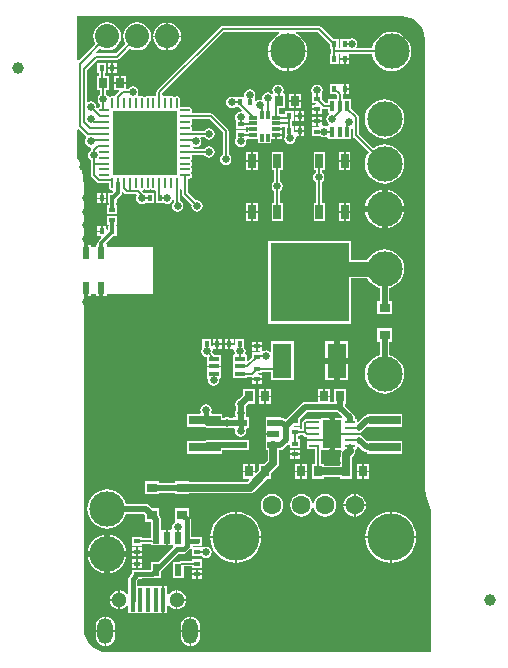
<source format=gtl>
G04*
G04 #@! TF.GenerationSoftware,Altium Limited,CircuitStudio,1.5.2 (30)*
G04*
G04 Layer_Physical_Order=1*
G04 Layer_Color=6120410*
%FSLAX25Y25*%
%MOIN*%
G70*
G01*
G75*
%ADD10R,0.02559X0.04724*%
%ADD11R,0.02756X0.03543*%
%ADD12R,0.01772X0.02165*%
%ADD13R,0.02165X0.01772*%
%ADD14R,0.03543X0.03150*%
%ADD15R,0.10630X0.03150*%
%ADD16R,0.26378X0.26378*%
%ADD17R,0.06299X0.11811*%
%ADD18O,0.00984X0.03543*%
%ADD19O,0.03543X0.00984*%
%ADD20R,0.21260X0.21260*%
%ADD21R,0.03347X0.01378*%
%ADD22R,0.01378X0.03347*%
%ADD23R,0.02362X0.03937*%
%ADD24R,0.03937X0.02362*%
%ADD25R,0.06496X0.09449*%
%ADD26R,0.03543X0.00984*%
%ADD27R,0.02362X0.03937*%
%ADD28R,0.02500X0.01350*%
%ADD29R,0.01350X0.02500*%
%ADD30R,0.01575X0.07874*%
%ADD31C,0.00600*%
%ADD32C,0.00800*%
%ADD33C,0.01300*%
%ADD34C,0.01500*%
%ADD35C,0.02000*%
%ADD36C,0.02500*%
%ADD37C,0.05000*%
%ADD38C,0.11811*%
%ADD39C,0.08032*%
%ADD40C,0.15748*%
%ADD41C,0.06299*%
%ADD42C,0.02400*%
%ADD43O,0.05118X0.08661*%
%ADD44C,0.05118*%
%ADD45C,0.03937*%
%ADD46C,0.02500*%
G36*
X109746Y214126D02*
X111168Y213695D01*
X112478Y212995D01*
X113627Y212052D01*
X114569Y210904D01*
X115270Y209593D01*
X115701Y208172D01*
X115837Y206796D01*
X115816Y206693D01*
Y59055D01*
X115813D01*
X116001Y56186D01*
X116562Y53366D01*
X117487Y50643D01*
X118110Y49378D01*
Y2294D01*
X9843D01*
X9740Y2274D01*
X8364Y2409D01*
X6942Y2840D01*
X5632Y3541D01*
X4483Y4483D01*
X3541Y5632D01*
X2840Y6942D01*
X2409Y8364D01*
X2274Y9740D01*
X2294Y9843D01*
Y121026D01*
X4722D01*
Y121625D01*
X6278D01*
Y121026D01*
X9840D01*
Y121625D01*
X25383D01*
Y137374D01*
X9840D01*
Y137974D01*
X9840D01*
X9776Y138474D01*
X12120Y140817D01*
X13258D01*
Y144183D01*
X13046D01*
Y144743D01*
X13183D01*
Y147714D01*
X9817D01*
Y144743D01*
X10497D01*
Y144183D01*
X10286D01*
Y142974D01*
X10214Y142926D01*
X9714Y143194D01*
Y144183D01*
X8529D01*
Y142500D01*
X8229D01*
Y142200D01*
X6742D01*
Y140817D01*
X7862D01*
X8053Y140355D01*
X7158Y139460D01*
X6882Y139047D01*
X6785Y138559D01*
Y137974D01*
X6278D01*
Y137374D01*
X4722D01*
Y137974D01*
X2294D01*
Y157480D01*
X2297D01*
X2109Y160350D01*
X1548Y163170D01*
X624Y165893D01*
X42Y167072D01*
Y176309D01*
X542Y176516D01*
X2826Y174232D01*
X2861Y174208D01*
X2881Y174185D01*
X2991Y173575D01*
X2988Y173568D01*
X2757Y173222D01*
X2614Y172500D01*
X2757Y171778D01*
X3166Y171166D01*
X3778Y170757D01*
X4471Y170620D01*
X4609Y170456D01*
X4738Y170151D01*
X4574Y169906D01*
X4505Y169560D01*
X4166Y169334D01*
X3757Y168722D01*
X3614Y168000D01*
X3757Y167278D01*
X4166Y166666D01*
X4480Y166456D01*
Y165500D01*
Y161398D01*
X4558Y161007D01*
X4779Y160677D01*
X6496Y158960D01*
X6826Y158739D01*
X7217Y158661D01*
X10560D01*
Y157335D01*
X10644Y156909D01*
X10886Y156547D01*
X11247Y156306D01*
X11673Y156221D01*
X12001Y155794D01*
X12025Y155556D01*
X11652Y155183D01*
X10286D01*
Y151817D01*
X10497D01*
Y151258D01*
X9817D01*
Y148286D01*
X13183D01*
Y151258D01*
X13046D01*
Y151817D01*
X13258D01*
Y153183D01*
X14543Y154469D01*
X14819Y154882D01*
X14916Y155370D01*
Y155489D01*
X15378Y155680D01*
X15936Y155122D01*
X16267Y154901D01*
X16657Y154823D01*
X19558D01*
X19859Y154374D01*
X19757Y154222D01*
X19614Y153500D01*
X19757Y152778D01*
X20166Y152166D01*
X20778Y151757D01*
X21500Y151614D01*
X22222Y151757D01*
X22266Y151787D01*
X22742Y151817D01*
Y151817D01*
X22742Y151817D01*
X25714D01*
Y155183D01*
X22742D01*
X22742Y155183D01*
Y155183D01*
X22259Y155218D01*
X22222Y155243D01*
X22194Y155248D01*
X21695Y155747D01*
X21859Y156290D01*
X21942Y156306D01*
X22303Y156547D01*
X22697D01*
X23058Y156306D01*
X23484Y156221D01*
X23910Y156306D01*
X24128Y156451D01*
X24468Y156512D01*
X24809Y156451D01*
X25027Y156306D01*
X25453Y156221D01*
X25879Y156306D01*
X25902Y156321D01*
X26402Y156054D01*
Y155183D01*
X26286D01*
Y151817D01*
X29188D01*
X29278Y151757D01*
X30000Y151614D01*
X30722Y151757D01*
X31334Y152166D01*
X31743Y152778D01*
X31807Y153103D01*
X32307Y153053D01*
Y152428D01*
X32166Y152334D01*
X31757Y151722D01*
X31614Y151000D01*
X31757Y150278D01*
X32166Y149666D01*
X32778Y149257D01*
X33500Y149114D01*
X34222Y149257D01*
X34834Y149666D01*
X35243Y150278D01*
X35386Y151000D01*
X35243Y151722D01*
X34834Y152334D01*
X34346Y152659D01*
Y156462D01*
X34366Y156480D01*
X34866Y156261D01*
Y155114D01*
X34944Y154724D01*
X35165Y154393D01*
X38188Y151371D01*
X38114Y151000D01*
X38257Y150278D01*
X38666Y149666D01*
X39278Y149257D01*
X40000Y149114D01*
X40722Y149257D01*
X41334Y149666D01*
X41743Y150278D01*
X41886Y151000D01*
X41743Y151722D01*
X41334Y152334D01*
X40722Y152743D01*
X40000Y152886D01*
X39629Y152813D01*
X36905Y155536D01*
Y160060D01*
X37165D01*
X37591Y160144D01*
X37953Y160386D01*
X38194Y160747D01*
X38279Y161173D01*
X38194Y161599D01*
X37953Y161961D01*
Y162354D01*
X38194Y162716D01*
X38279Y163142D01*
X38194Y163568D01*
X37953Y163929D01*
Y164323D01*
X38194Y164684D01*
X38279Y165110D01*
X38194Y165536D01*
X37953Y165898D01*
Y166291D01*
X38194Y166653D01*
X38279Y167079D01*
X38194Y167505D01*
X38179Y167528D01*
X38446Y168028D01*
X42425D01*
X42666Y167666D01*
X43278Y167257D01*
X44000Y167114D01*
X44722Y167257D01*
X45334Y167666D01*
X45743Y168278D01*
X45886Y169000D01*
X45743Y169722D01*
X45334Y170334D01*
X44722Y170743D01*
X44000Y170886D01*
X43278Y170743D01*
X42666Y170334D01*
X42488Y170067D01*
X38919D01*
X38611Y170518D01*
X38778Y170757D01*
X39500Y170614D01*
X40222Y170757D01*
X40834Y171166D01*
X41243Y171778D01*
X41386Y172500D01*
X41243Y173222D01*
X41102Y173433D01*
X41369Y173933D01*
X42488D01*
X42666Y173666D01*
X43278Y173257D01*
X44000Y173114D01*
X44722Y173257D01*
X45334Y173666D01*
X45743Y174278D01*
X45886Y175000D01*
X45743Y175722D01*
X45334Y176334D01*
X44722Y176743D01*
X44000Y176886D01*
X43278Y176743D01*
X42666Y176334D01*
X42425Y175972D01*
X38446D01*
X38179Y176472D01*
X38194Y176495D01*
X38279Y176921D01*
X38194Y177347D01*
X37953Y177709D01*
Y178102D01*
X38194Y178464D01*
X38279Y178890D01*
X38194Y179316D01*
X38179Y179339D01*
X38446Y179839D01*
X44219D01*
X48480Y175578D01*
Y168044D01*
X48166Y167834D01*
X47757Y167222D01*
X47614Y166500D01*
X47757Y165778D01*
X48166Y165166D01*
X48778Y164757D01*
X49500Y164614D01*
X50222Y164757D01*
X50834Y165166D01*
X51243Y165778D01*
X51386Y166500D01*
X51243Y167222D01*
X50834Y167834D01*
X50520Y168044D01*
Y176000D01*
X50442Y176390D01*
X50221Y176721D01*
X45363Y181579D01*
X45032Y181800D01*
X44642Y181878D01*
X38446D01*
X38179Y182378D01*
X38194Y182401D01*
X38279Y182827D01*
X38194Y183253D01*
X37953Y183614D01*
X37591Y183855D01*
X37165Y183940D01*
X34917D01*
X34563Y184063D01*
X34440Y184417D01*
Y186665D01*
X34356Y187092D01*
X34114Y187453D01*
X33753Y187694D01*
X33327Y187779D01*
X32901Y187694D01*
X32539Y187453D01*
X32146D01*
X31784Y187694D01*
X31358Y187779D01*
X30932Y187694D01*
X30714Y187549D01*
X30374Y187488D01*
X30034Y187549D01*
X29816Y187694D01*
X29390Y187779D01*
X28964Y187694D01*
X28941Y187679D01*
X28441Y187946D01*
Y188499D01*
X48922Y208980D01*
X67440D01*
X67565Y208480D01*
X66545Y207935D01*
X65555Y207122D01*
X64742Y206132D01*
X64138Y205002D01*
X63766Y203775D01*
X63670Y202800D01*
X70177D01*
X76685D01*
X76588Y203775D01*
X76217Y205002D01*
X75612Y206132D01*
X74800Y207122D01*
X73809Y207935D01*
X72789Y208480D01*
X72914Y208980D01*
X80306D01*
X84242Y205044D01*
Y203317D01*
X84709D01*
Y201683D01*
X84242D01*
Y198317D01*
X87214D01*
Y201480D01*
X87786D01*
Y200300D01*
X89272D01*
X90758D01*
Y201480D01*
X98386D01*
X98412Y201225D01*
X98783Y199998D01*
X99388Y198868D01*
X100200Y197878D01*
X101191Y197065D01*
X102321Y196461D01*
X103548Y196089D01*
X104823Y195963D01*
X106098Y196089D01*
X107324Y196461D01*
X108455Y197065D01*
X109445Y197878D01*
X110258Y198868D01*
X110862Y199998D01*
X111234Y201225D01*
X111360Y202500D01*
X111234Y203775D01*
X110862Y205002D01*
X110258Y206132D01*
X109445Y207122D01*
X108455Y207935D01*
X107324Y208539D01*
X106098Y208911D01*
X104823Y209037D01*
X103548Y208911D01*
X102321Y208539D01*
X101191Y207935D01*
X100200Y207122D01*
X99388Y206132D01*
X98783Y205002D01*
X98412Y203775D01*
X98386Y203520D01*
X93337D01*
X93070Y204020D01*
X93243Y204278D01*
X93386Y205000D01*
X93243Y205722D01*
X92834Y206334D01*
X92222Y206743D01*
X91500Y206886D01*
X90778Y206743D01*
X90688Y206683D01*
X87786D01*
Y203520D01*
X87214D01*
Y206683D01*
X85488D01*
X81449Y210721D01*
X81119Y210942D01*
X80728Y211020D01*
X48500D01*
X48110Y210942D01*
X47779Y210721D01*
X26700Y189642D01*
X26479Y189311D01*
X26402Y188921D01*
Y187946D01*
X25902Y187679D01*
X25879Y187694D01*
X25453Y187779D01*
X25027Y187694D01*
X24809Y187549D01*
X24468Y187488D01*
X24128Y187549D01*
X23910Y187694D01*
X23484Y187779D01*
X23058Y187694D01*
X22697Y187453D01*
X22303D01*
X21942Y187694D01*
X21516Y187779D01*
X21090Y187694D01*
X20872Y187549D01*
X20531Y187488D01*
X20291Y187531D01*
X20144Y188131D01*
X20243Y188278D01*
X20386Y189000D01*
X20243Y189722D01*
X19834Y190334D01*
X19222Y190743D01*
X18500Y190886D01*
X17778Y190743D01*
X17166Y190334D01*
X16956Y190020D01*
X16234D01*
Y191700D01*
X14256D01*
X12278D01*
Y189628D01*
X13817D01*
X14008Y189166D01*
X12921Y188079D01*
X12759Y187837D01*
X12481Y187707D01*
X12170Y187647D01*
X12099Y187694D01*
X11673Y187779D01*
X11247Y187694D01*
X10887Y187454D01*
X10886Y187453D01*
X10308Y187489D01*
X10078Y187834D01*
X9764Y188044D01*
Y189628D01*
X10722D01*
Y194372D01*
X9248D01*
Y195317D01*
X9714D01*
Y198683D01*
X6742D01*
Y195317D01*
X7209D01*
Y194372D01*
X6766D01*
Y189628D01*
X7724D01*
Y188044D01*
X7410Y187834D01*
X7001Y187222D01*
X6858Y186500D01*
X7001Y185778D01*
X7410Y185166D01*
X7724Y184956D01*
Y183918D01*
X7408Y183855D01*
X7047Y183614D01*
X6806Y183599D01*
X6386Y184051D01*
X6243Y184773D01*
X5834Y185385D01*
X5222Y185794D01*
X4500Y185938D01*
X3778Y185794D01*
X3711Y185749D01*
X3270Y185984D01*
Y196328D01*
X6710Y199768D01*
X13287D01*
X13678Y199845D01*
X14008Y200066D01*
X17524Y203582D01*
X17672Y203468D01*
X18795Y203003D01*
X20000Y202844D01*
X21205Y203003D01*
X22328Y203468D01*
X23292Y204208D01*
X24032Y205172D01*
X24497Y206295D01*
X24656Y207500D01*
X24497Y208705D01*
X24032Y209828D01*
X23292Y210792D01*
X22328Y211532D01*
X21205Y211997D01*
X20000Y212156D01*
X18795Y211997D01*
X17672Y211532D01*
X16708Y210792D01*
X15968Y209828D01*
X15503Y208705D01*
X15344Y207500D01*
X15503Y206295D01*
X15968Y205172D01*
X16082Y205024D01*
X12865Y201807D01*
X6456D01*
X6235Y202252D01*
X6231Y202289D01*
X7524Y203582D01*
X7672Y203468D01*
X8795Y203003D01*
X10000Y202844D01*
X11205Y203003D01*
X12328Y203468D01*
X13292Y204208D01*
X14032Y205172D01*
X14497Y206295D01*
X14656Y207500D01*
X14497Y208705D01*
X14032Y209828D01*
X13292Y210792D01*
X12328Y211532D01*
X11205Y211997D01*
X10000Y212156D01*
X8795Y211997D01*
X7672Y211532D01*
X6708Y210792D01*
X5968Y209828D01*
X5503Y208705D01*
X5344Y207500D01*
X5503Y206295D01*
X5968Y205172D01*
X6082Y205024D01*
X542Y199484D01*
X42Y199691D01*
Y214241D01*
X108268D01*
X108370Y214262D01*
X109746Y214126D01*
D02*
G37*
%LPC*%
G36*
X94956Y64872D02*
X93278D01*
Y62800D01*
X94956D01*
Y64872D01*
D02*
G37*
G36*
X76722Y62200D02*
X75044D01*
Y60128D01*
X76722D01*
Y62200D01*
D02*
G37*
G36*
X74444D02*
X72766D01*
Y60128D01*
X74444D01*
Y62200D01*
D02*
G37*
G36*
X97234Y64872D02*
X95556D01*
Y62800D01*
X97234D01*
Y64872D01*
D02*
G37*
G36*
X59222Y64872D02*
X57544D01*
Y62800D01*
X59222D01*
Y64872D01*
D02*
G37*
G36*
X76722D02*
X75044D01*
Y62800D01*
X76722D01*
Y64872D01*
D02*
G37*
G36*
X56944D02*
X55266D01*
Y62800D01*
X56944D01*
Y64872D01*
D02*
G37*
G36*
X74444D02*
X72766D01*
Y62800D01*
X74444D01*
Y64872D01*
D02*
G37*
G36*
X97234Y62200D02*
X95556D01*
Y60128D01*
X97234D01*
Y62200D01*
D02*
G37*
G36*
X64961Y54963D02*
X63982Y54834D01*
X63070Y54456D01*
X62286Y53855D01*
X61685Y53072D01*
X61308Y52160D01*
X61179Y51181D01*
X61308Y50202D01*
X61685Y49290D01*
X62286Y48507D01*
X63070Y47906D01*
X63982Y47528D01*
X64961Y47399D01*
X65939Y47528D01*
X66852Y47906D01*
X67635Y48507D01*
X68236Y49290D01*
X68614Y50202D01*
X68743Y51181D01*
X68614Y52160D01*
X68236Y53072D01*
X67635Y53855D01*
X66852Y54456D01*
X65939Y54834D01*
X64961Y54963D01*
D02*
G37*
G36*
X96262Y50881D02*
X92820D01*
Y47439D01*
X93498Y47528D01*
X94411Y47906D01*
X95194Y48507D01*
X95795Y49290D01*
X96173Y50202D01*
X96262Y50881D01*
D02*
G37*
G36*
X53174Y48997D02*
Y40812D01*
X61360D01*
X61225Y42173D01*
X60741Y43770D01*
X59954Y45243D01*
X58895Y46533D01*
X57605Y47592D01*
X56133Y48379D01*
X54535Y48863D01*
X53174Y48997D01*
D02*
G37*
G36*
X37372Y50147D02*
X32628D01*
Y45798D01*
X32310Y45430D01*
X32166Y45334D01*
X31757Y44722D01*
X31614Y44000D01*
X31717Y43482D01*
X31440Y43045D01*
X31354Y42982D01*
X30300D01*
Y40413D01*
Y37845D01*
X31459D01*
X31781Y37845D01*
X31870D01*
X31959D01*
X32072Y37345D01*
X26882Y32155D01*
X24479D01*
Y29752D01*
X24331Y29605D01*
X21683D01*
Y29714D01*
X18317D01*
Y28492D01*
X17531Y27706D01*
X17232Y27259D01*
X17128Y26732D01*
Y24222D01*
X17117D01*
Y21763D01*
X16616Y21593D01*
X16328Y21970D01*
X15668Y22476D01*
X14899Y22794D01*
X14375Y22863D01*
Y19716D01*
Y16570D01*
X14899Y16639D01*
X15668Y16957D01*
X16328Y17463D01*
X16616Y17840D01*
X17117Y17670D01*
Y15148D01*
X28440D01*
Y19685D01*
Y24222D01*
X19880D01*
Y26162D01*
X20461Y26743D01*
X21683D01*
Y26852D01*
X24902D01*
X25428Y26957D01*
X25520Y27018D01*
X28041D01*
Y29421D01*
X33743Y35124D01*
X35500D01*
X36027Y35228D01*
X36473Y35527D01*
X37473Y36527D01*
X37473Y36527D01*
X37652Y36794D01*
X37652Y36794D01*
X37772Y36973D01*
X37781Y36979D01*
X37781D01*
X37817Y37002D01*
X37781Y36979D01*
X37818Y37001D01*
X38317Y36724D01*
Y36719D01*
Y36714D01*
D01*
Y34242D01*
X41615D01*
X41666Y34166D01*
X42278Y33757D01*
X43000Y33614D01*
X43722Y33757D01*
X44334Y34166D01*
X44743Y34778D01*
X44886Y35500D01*
X44743Y36222D01*
X44334Y36834D01*
X43722Y37243D01*
X43000Y37386D01*
X42278Y37243D01*
X42141Y37151D01*
X41683Y37214D01*
Y37214D01*
X41683Y37214D01*
X38792D01*
X38782Y37214D01*
X38782Y37214D01*
X38508Y37214D01*
X38337Y37214D01*
X38329D01*
X38329D01*
X38329D01*
X38329D01*
X38324Y37214D01*
X38290Y37215D01*
X38211Y37395D01*
X38606Y37786D01*
X41683D01*
Y40758D01*
X38317D01*
X38317Y40758D01*
Y40758D01*
X38317Y40758D01*
X37876Y40900D01*
Y46472D01*
X37772Y46999D01*
X37473Y47446D01*
X37372Y47547D01*
Y50147D01*
D02*
G37*
G36*
X92220Y50881D02*
X88777D01*
X88867Y50202D01*
X89244Y49290D01*
X89845Y48507D01*
X90629Y47906D01*
X91541Y47528D01*
X92220Y47439D01*
Y50881D01*
D02*
G37*
G36*
X82677Y54963D02*
X81698Y54834D01*
X80786Y54456D01*
X80003Y53855D01*
X79402Y53072D01*
X79024Y52160D01*
X78992Y51919D01*
X78488D01*
X78456Y52160D01*
X78078Y53072D01*
X77477Y53855D01*
X76694Y54456D01*
X75782Y54834D01*
X74803Y54963D01*
X73824Y54834D01*
X72912Y54456D01*
X72129Y53855D01*
X71528Y53072D01*
X71150Y52160D01*
X71021Y51181D01*
X71150Y50202D01*
X71528Y49290D01*
X72129Y48507D01*
X72912Y47906D01*
X73824Y47528D01*
X74803Y47399D01*
X75782Y47528D01*
X76694Y47906D01*
X77477Y48507D01*
X78078Y49290D01*
X78456Y50202D01*
X78488Y50444D01*
X78992D01*
X79024Y50202D01*
X79402Y49290D01*
X80003Y48507D01*
X80786Y47906D01*
X81698Y47528D01*
X82677Y47399D01*
X83656Y47528D01*
X84568Y47906D01*
X85351Y48507D01*
X85952Y49290D01*
X86330Y50202D01*
X86459Y51181D01*
X86330Y52160D01*
X85952Y53072D01*
X85351Y53855D01*
X84568Y54456D01*
X83656Y54834D01*
X82677Y54963D01*
D02*
G37*
G36*
X94956Y62200D02*
X93278D01*
Y60128D01*
X94956D01*
Y62200D01*
D02*
G37*
G36*
X92220Y54924D02*
X91541Y54834D01*
X90629Y54456D01*
X89845Y53855D01*
X89244Y53072D01*
X88867Y52160D01*
X88777Y51481D01*
X92220D01*
Y54924D01*
D02*
G37*
G36*
X92820Y54924D02*
Y51481D01*
X96262D01*
X96173Y52160D01*
X95795Y53072D01*
X95194Y53855D01*
X94411Y54456D01*
X93498Y54834D01*
X92820Y54924D01*
D02*
G37*
G36*
X72200Y67929D02*
X70817D01*
Y66742D01*
X72200D01*
Y67929D01*
D02*
G37*
G36*
X84222Y89872D02*
X82544D01*
Y87800D01*
X84222D01*
Y89872D01*
D02*
G37*
G36*
X104872Y110147D02*
X100128D01*
Y105798D01*
X100869D01*
Y101303D01*
X99998Y101039D01*
X98868Y100435D01*
X97878Y99622D01*
X97065Y98632D01*
X96461Y97502D01*
X96089Y96275D01*
X95963Y95000D01*
X96089Y93725D01*
X96461Y92498D01*
X97065Y91368D01*
X97878Y90378D01*
X98868Y89565D01*
X99998Y88961D01*
X101225Y88589D01*
X102500Y88463D01*
X103775Y88589D01*
X105002Y88961D01*
X106132Y89565D01*
X107122Y90378D01*
X107935Y91368D01*
X108539Y92498D01*
X108911Y93725D01*
X109037Y95000D01*
X108911Y96275D01*
X108539Y97502D01*
X107935Y98632D01*
X107122Y99622D01*
X106132Y100435D01*
X105002Y101039D01*
X104131Y101303D01*
Y105798D01*
X104872D01*
Y110147D01*
D02*
G37*
G36*
X64734Y89872D02*
X63056D01*
Y87800D01*
X64734D01*
Y89872D01*
D02*
G37*
G36*
X81944Y89872D02*
X80266D01*
Y87800D01*
X81944D01*
Y89872D01*
D02*
G37*
G36*
X47943Y97200D02*
X43396D01*
Y96211D01*
Y93652D01*
X43396D01*
X43676Y93311D01*
X43614Y93000D01*
X43757Y92278D01*
X44166Y91666D01*
X44778Y91257D01*
X45500Y91114D01*
X46222Y91257D01*
X46834Y91666D01*
X47243Y92278D01*
X47386Y93000D01*
X47333Y93265D01*
X47651Y93652D01*
X47943D01*
Y96211D01*
Y97200D01*
D02*
G37*
G36*
X85555Y98409D02*
X82806D01*
Y92904D01*
X85555D01*
Y98409D01*
D02*
G37*
G36*
X90305D02*
X87555D01*
Y92904D01*
X90305D01*
Y98409D01*
D02*
G37*
G36*
X59700Y92929D02*
X58317D01*
Y91742D01*
X59700D01*
Y92929D01*
D02*
G37*
G36*
X61683D02*
X60300D01*
Y91742D01*
X61683D01*
Y92929D01*
D02*
G37*
G36*
X74183Y69714D02*
X72800D01*
Y68529D01*
X74183D01*
Y69714D01*
D02*
G37*
G36*
X57155Y73041D02*
X52018D01*
Y72891D01*
X43287D01*
X42663Y72767D01*
X42484Y72647D01*
X36585D01*
Y68298D01*
X48415D01*
Y69629D01*
X52018D01*
Y69479D01*
X57155D01*
Y73041D01*
D02*
G37*
G36*
X74183Y67929D02*
X72800D01*
Y66742D01*
X74183D01*
Y67929D01*
D02*
G37*
G36*
X72200Y69714D02*
X70817D01*
Y68529D01*
X72200D01*
Y69714D01*
D02*
G37*
G36*
X59222Y89872D02*
X55266D01*
Y87829D01*
X54061Y86624D01*
X53865Y86585D01*
X53253Y86176D01*
X52844Y85564D01*
X52700Y84842D01*
X52844Y84121D01*
X52955Y83954D01*
Y83018D01*
X52757Y82722D01*
X52614Y82000D01*
X52757Y81278D01*
X52929Y81021D01*
X52813Y80521D01*
X52018D01*
Y80371D01*
X50888D01*
X50722Y80483D01*
X50000Y80626D01*
X49278Y80483D01*
X49112Y80371D01*
X48415D01*
Y81702D01*
X44959D01*
X44692Y82202D01*
X44743Y82278D01*
X44886Y83000D01*
X44743Y83722D01*
X44334Y84334D01*
X43722Y84743D01*
X43000Y84886D01*
X42278Y84743D01*
X41666Y84334D01*
X41257Y83722D01*
X41114Y83000D01*
X41257Y82278D01*
X41308Y82202D01*
X41041Y81702D01*
X36585D01*
Y77353D01*
X42484D01*
X42663Y77233D01*
X43287Y77109D01*
X49112D01*
X49278Y76998D01*
X50000Y76854D01*
X50722Y76998D01*
X50888Y77109D01*
X52018D01*
Y76959D01*
X52360D01*
X52705Y76459D01*
X52614Y76000D01*
X52757Y75278D01*
X53166Y74666D01*
X53778Y74257D01*
X54500Y74114D01*
X55222Y74257D01*
X55834Y74666D01*
X56243Y75278D01*
X56386Y76000D01*
X56295Y76459D01*
X56640Y76959D01*
X57155D01*
Y80521D01*
X56218D01*
Y81241D01*
X56243Y81278D01*
X56386Y82000D01*
X56243Y82722D01*
X56218Y82759D01*
Y83954D01*
X56329Y84121D01*
X56368Y84317D01*
X57179Y85128D01*
X59222D01*
Y89872D01*
D02*
G37*
G36*
X89734Y89872D02*
X85778D01*
Y85631D01*
X84222D01*
Y87200D01*
X82244D01*
X80266D01*
Y85631D01*
X76000D01*
X75376Y85507D01*
X74847Y85154D01*
X69500Y79807D01*
X69413Y79894D01*
X68884Y80247D01*
X68260Y80371D01*
X67982D01*
Y80521D01*
X62845D01*
Y77281D01*
X62845Y76959D01*
X62845Y76959D01*
Y76781D01*
X62845D01*
X62845Y76781D01*
Y75300D01*
X65413D01*
Y74700D01*
X62845D01*
Y73219D01*
X62845Y73219D01*
Y73219D01*
Y73041D01*
X62845D01*
X62845Y72719D01*
Y69479D01*
X63527D01*
Y65939D01*
X62460Y64872D01*
X60778D01*
Y62936D01*
X59684Y61841D01*
X59222Y62033D01*
Y62200D01*
X57244D01*
X55266D01*
Y60128D01*
X57318D01*
X57509Y59666D01*
X56756Y58914D01*
X37372D01*
Y59202D01*
X32628D01*
Y58659D01*
X27372D01*
Y59202D01*
X22628D01*
Y54853D01*
X27372D01*
Y55396D01*
X32628D01*
Y54853D01*
X37372D01*
Y55141D01*
X57538D01*
X58259Y55285D01*
X58871Y55694D01*
X63306Y60128D01*
X64734D01*
Y61810D01*
X66747Y63824D01*
X67020Y64233D01*
X67156Y64436D01*
X67300Y65158D01*
Y69479D01*
X67982D01*
Y69673D01*
X68384Y69753D01*
X68913Y70106D01*
X70317Y71510D01*
X70817Y71303D01*
Y70286D01*
X74183D01*
Y73257D01*
X73520D01*
Y74243D01*
X74183D01*
Y74709D01*
X75349D01*
X75779Y74279D01*
X76110Y74058D01*
X76500Y73980D01*
X76723D01*
Y73908D01*
Y73331D01*
X79095D01*
Y72731D01*
X76723D01*
Y71939D01*
Y69971D01*
X79236D01*
Y64872D01*
X78278D01*
Y60128D01*
X82234D01*
Y60614D01*
X87766D01*
Y60128D01*
X91722D01*
Y64872D01*
X91630D01*
Y67463D01*
X92239Y68072D01*
X92648Y68684D01*
X92792Y69406D01*
X92756Y69584D01*
X93073Y69971D01*
X93277D01*
Y70762D01*
X93739Y70954D01*
X95374Y69319D01*
X95903Y68965D01*
X96528Y68841D01*
X96585D01*
Y68298D01*
X108415D01*
Y72647D01*
X96660D01*
X95122Y74185D01*
X94593Y74539D01*
X93968Y74663D01*
X93690Y75000D01*
X93968Y75337D01*
X94593Y75461D01*
X95122Y75815D01*
X96660Y77353D01*
X108415D01*
Y81702D01*
X96585D01*
Y81159D01*
X96528D01*
X95903Y81035D01*
X95374Y80681D01*
X93739Y79046D01*
X93277Y79238D01*
Y80029D01*
X92537D01*
Y80594D01*
X92413Y81219D01*
X92059Y81748D01*
X89387Y84420D01*
Y85128D01*
X89734D01*
Y89872D01*
D02*
G37*
G36*
X62456Y89872D02*
X60778D01*
Y87800D01*
X62456D01*
Y89872D01*
D02*
G37*
G36*
Y87200D02*
X60778D01*
Y85128D01*
X62456D01*
Y87200D01*
D02*
G37*
G36*
X64734D02*
X63056D01*
Y85128D01*
X64734D01*
Y87200D01*
D02*
G37*
G36*
X52574Y48997D02*
X51213Y48863D01*
X49615Y48379D01*
X48143Y47592D01*
X46853Y46533D01*
X45794Y45243D01*
X45007Y43770D01*
X44523Y42173D01*
X44388Y40812D01*
X52574D01*
Y48997D01*
D02*
G37*
G36*
X13775Y22863D02*
X13250Y22794D01*
X12482Y22476D01*
X11822Y21970D01*
X11315Y21310D01*
X10997Y20541D01*
X10928Y20016D01*
X13775D01*
Y22863D01*
D02*
G37*
G36*
X33469Y22863D02*
Y20016D01*
X36316D01*
X36247Y20541D01*
X35929Y21310D01*
X35422Y21970D01*
X34762Y22476D01*
X33994Y22794D01*
X33469Y22863D01*
D02*
G37*
G36*
X13775Y19416D02*
X10928D01*
X10997Y18892D01*
X11315Y18123D01*
X11822Y17463D01*
X12482Y16957D01*
X13250Y16639D01*
X13775Y16570D01*
Y19416D01*
D02*
G37*
G36*
X30128Y24222D02*
X29040D01*
Y19685D01*
Y15148D01*
X30128D01*
Y17670D01*
X30628Y17840D01*
X30916Y17463D01*
X31576Y16957D01*
X32345Y16639D01*
X32869Y16570D01*
Y19716D01*
Y22863D01*
X32345Y22794D01*
X31576Y22476D01*
X30916Y21970D01*
X30628Y21593D01*
X30128Y21763D01*
Y24222D01*
D02*
G37*
G36*
X39700Y27928D02*
X38317D01*
Y26743D01*
X39700D01*
Y27928D01*
D02*
G37*
G36*
X41683Y29714D02*
X40300D01*
Y28528D01*
X41683D01*
Y29714D01*
D02*
G37*
G36*
X16439Y34000D02*
X11000D01*
Y28561D01*
X11275Y28589D01*
X12502Y28961D01*
X13632Y29565D01*
X14622Y30378D01*
X15435Y31368D01*
X16039Y32498D01*
X16411Y33725D01*
X16439Y34000D01*
D02*
G37*
G36*
X41683Y27928D02*
X40300D01*
Y26743D01*
X41683D01*
Y27928D01*
D02*
G37*
G36*
X39700Y29714D02*
X38317D01*
Y28528D01*
X39700D01*
Y29714D01*
D02*
G37*
G36*
X9149Y8905D02*
X6262D01*
Y7433D01*
X6371Y6608D01*
X6689Y5840D01*
X7196Y5180D01*
X7856Y4674D01*
X8624Y4355D01*
X9149Y4286D01*
Y8905D01*
D02*
G37*
G36*
X40982Y8905D02*
X38095D01*
Y4286D01*
X38620Y4355D01*
X39388Y4674D01*
X40048Y5180D01*
X40555Y5840D01*
X40873Y6608D01*
X40982Y7433D01*
Y8905D01*
D02*
G37*
G36*
X37495D02*
X34609D01*
Y7433D01*
X34718Y6608D01*
X35036Y5840D01*
X35542Y5180D01*
X36202Y4674D01*
X36971Y4355D01*
X37495Y4286D01*
Y8905D01*
D02*
G37*
G36*
X12635Y8905D02*
X9749D01*
Y4286D01*
X10273Y4355D01*
X11042Y4674D01*
X11702Y5180D01*
X12208Y5840D01*
X12527Y6608D01*
X12635Y7433D01*
Y8905D01*
D02*
G37*
G36*
X37495Y14123D02*
X36971Y14054D01*
X36202Y13736D01*
X35542Y13229D01*
X35036Y12570D01*
X34718Y11801D01*
X34609Y10976D01*
Y9505D01*
X37495D01*
Y14123D01*
D02*
G37*
G36*
X9749Y14123D02*
Y9505D01*
X12635D01*
Y10976D01*
X12527Y11801D01*
X12208Y12570D01*
X11702Y13229D01*
X11042Y13736D01*
X10273Y14054D01*
X9749Y14123D01*
D02*
G37*
G36*
X36316Y19416D02*
X33469D01*
Y16570D01*
X33994Y16639D01*
X34762Y16957D01*
X35422Y17463D01*
X35929Y18123D01*
X36247Y18892D01*
X36316Y19416D01*
D02*
G37*
G36*
X38095Y14123D02*
Y9505D01*
X40982D01*
Y10976D01*
X40873Y11801D01*
X40555Y12570D01*
X40048Y13229D01*
X39388Y13736D01*
X38620Y14054D01*
X38095Y14123D01*
D02*
G37*
G36*
X9149Y14123D02*
X8624Y14054D01*
X7856Y13736D01*
X7196Y13229D01*
X6689Y12570D01*
X6371Y11801D01*
X6262Y10976D01*
Y9505D01*
X9149D01*
Y14123D01*
D02*
G37*
G36*
X9000Y34000D02*
X3562D01*
X3589Y33725D01*
X3961Y32498D01*
X4565Y31368D01*
X5378Y30378D01*
X6368Y29565D01*
X7498Y28961D01*
X8725Y28589D01*
X9000Y28561D01*
Y34000D01*
D02*
G37*
G36*
Y41438D02*
X8725Y41411D01*
X7498Y41039D01*
X6368Y40435D01*
X5378Y39622D01*
X4565Y38632D01*
X3961Y37502D01*
X3589Y36275D01*
X3562Y36000D01*
X9000D01*
Y41438D01*
D02*
G37*
G36*
X11000Y41438D02*
Y36000D01*
X16439D01*
X16411Y36275D01*
X16039Y37502D01*
X15435Y38632D01*
X14622Y39622D01*
X13632Y40435D01*
X12502Y41039D01*
X11275Y41411D01*
X11000Y41438D01*
D02*
G37*
G36*
X19700Y35428D02*
X18317D01*
Y34242D01*
X19700D01*
Y35428D01*
D02*
G37*
G36*
X21683D02*
X20300D01*
Y34242D01*
X21683D01*
Y35428D01*
D02*
G37*
G36*
X19700Y37214D02*
X18317D01*
Y36028D01*
X19700D01*
Y37214D01*
D02*
G37*
G36*
X104306Y48997D02*
X102945Y48863D01*
X101348Y48379D01*
X99876Y47592D01*
X98585Y46533D01*
X97526Y45243D01*
X96740Y43770D01*
X96255Y42173D01*
X96121Y40812D01*
X104306D01*
Y48997D01*
D02*
G37*
G36*
X104906Y48997D02*
Y40812D01*
X113092D01*
X112958Y42173D01*
X112473Y43770D01*
X111686Y45243D01*
X110627Y46533D01*
X109337Y47592D01*
X107865Y48379D01*
X106267Y48863D01*
X104906Y48997D01*
D02*
G37*
G36*
X21683Y37214D02*
X20300D01*
Y36028D01*
X21683D01*
Y37214D01*
D02*
G37*
G36*
X10000Y56537D02*
X8725Y56411D01*
X7498Y56039D01*
X6368Y55435D01*
X5378Y54622D01*
X4565Y53632D01*
X3961Y52502D01*
X3589Y51275D01*
X3463Y50000D01*
X3589Y48725D01*
X3961Y47498D01*
X4565Y46368D01*
X5378Y45378D01*
X6368Y44565D01*
X7498Y43961D01*
X8725Y43589D01*
X10000Y43463D01*
X11275Y43589D01*
X12502Y43961D01*
X13632Y44565D01*
X14622Y45378D01*
X15435Y46368D01*
X16039Y47498D01*
X16303Y48369D01*
X22297D01*
X22628Y48037D01*
Y45798D01*
X24629D01*
Y42982D01*
X24479D01*
Y40291D01*
X21683D01*
Y40758D01*
X18317D01*
Y37786D01*
X21683D01*
Y38252D01*
X24479D01*
Y37845D01*
X27719D01*
X28041Y37845D01*
X28130D01*
X28219D01*
X28541Y37845D01*
X29700D01*
Y40413D01*
Y42982D01*
X28541D01*
X28219Y42982D01*
X27891Y43346D01*
Y46713D01*
X27767Y47337D01*
X27413Y47866D01*
X27372Y47908D01*
Y50147D01*
X25132D01*
X24126Y51153D01*
X23597Y51507D01*
X22972Y51631D01*
X16303D01*
X16039Y52502D01*
X15435Y53632D01*
X14622Y54622D01*
X13632Y55435D01*
X12502Y56039D01*
X11275Y56411D01*
X10000Y56537D01*
D02*
G37*
G36*
X41683Y33257D02*
X38317D01*
Y32689D01*
X34772D01*
X34420Y32619D01*
X34123Y32421D01*
X33857Y32155D01*
X31959D01*
Y27018D01*
X35521D01*
Y30854D01*
X38317D01*
Y30286D01*
X41683D01*
Y33257D01*
D02*
G37*
G36*
X61360Y40212D02*
X53174D01*
Y32026D01*
X54535Y32160D01*
X56133Y32645D01*
X57605Y33432D01*
X58895Y34491D01*
X59954Y35781D01*
X60741Y37253D01*
X61225Y38851D01*
X61360Y40212D01*
D02*
G37*
G36*
X19700Y31472D02*
X18317D01*
Y30286D01*
X19700D01*
Y31472D01*
D02*
G37*
G36*
X21683D02*
X20300D01*
Y30286D01*
X21683D01*
Y31472D01*
D02*
G37*
G36*
X113092Y40212D02*
X104906D01*
Y32026D01*
X106267Y32160D01*
X107865Y32645D01*
X109337Y33432D01*
X110627Y34491D01*
X111686Y35781D01*
X112473Y37253D01*
X112958Y38851D01*
X113092Y40212D01*
D02*
G37*
G36*
X19700Y33257D02*
X18317D01*
Y32072D01*
X19700D01*
Y33257D01*
D02*
G37*
G36*
X21683D02*
X20300D01*
Y32072D01*
X21683D01*
Y33257D01*
D02*
G37*
G36*
X104306Y40212D02*
X96121D01*
X96255Y38851D01*
X96740Y37253D01*
X97526Y35781D01*
X98585Y34491D01*
X99876Y33432D01*
X101348Y32645D01*
X102945Y32160D01*
X104306Y32026D01*
Y40212D01*
D02*
G37*
G36*
X52574Y40212D02*
X44389D01*
X44523Y38851D01*
X45007Y37253D01*
X45794Y35781D01*
X46853Y34491D01*
X48143Y33432D01*
X49615Y32645D01*
X51213Y32160D01*
X52574Y32026D01*
Y40212D01*
D02*
G37*
G36*
X44714Y106683D02*
X41743D01*
Y103606D01*
X41486Y103222D01*
X41342Y102500D01*
X41486Y101778D01*
X41895Y101166D01*
X42507Y100757D01*
X43228Y100614D01*
X43396Y100476D01*
Y98770D01*
Y97800D01*
X47943D01*
Y98770D01*
Y101348D01*
X45822D01*
X45041Y102129D01*
X45115Y102500D01*
X45085Y102649D01*
X45239Y103114D01*
X45258Y103131D01*
X45444Y103301D01*
X45449Y103306D01*
X45451Y103307D01*
X45456Y103312D01*
X45462Y103317D01*
X45482D01*
X45519Y103317D01*
X45608D01*
X45648Y103317D01*
X46472D01*
Y104700D01*
X45286D01*
Y104198D01*
X44786Y103947D01*
X44714Y104000D01*
Y106683D01*
D02*
G37*
G36*
X81683Y180757D02*
X80300D01*
Y179572D01*
X81683D01*
Y180757D01*
D02*
G37*
G36*
X73972Y182683D02*
X72786D01*
Y181300D01*
X73972D01*
Y182683D01*
D02*
G37*
G36*
X75757Y180700D02*
X74572D01*
Y179317D01*
X75757D01*
Y180700D01*
D02*
G37*
G36*
X79700Y180757D02*
X78317D01*
Y179572D01*
X79700D01*
Y180757D01*
D02*
G37*
G36*
X75757Y182683D02*
X74572D01*
Y181300D01*
X75757D01*
Y182683D01*
D02*
G37*
G36*
X74734Y185700D02*
X73056D01*
Y183628D01*
X74734D01*
Y185700D01*
D02*
G37*
G36*
X72456Y188372D02*
X70778D01*
Y186300D01*
X72456D01*
Y188372D01*
D02*
G37*
G36*
X79700Y182929D02*
X78317D01*
Y181743D01*
X79700D01*
Y182929D01*
D02*
G37*
G36*
X72456Y185700D02*
X70778D01*
Y183628D01*
X72456D01*
Y185700D01*
D02*
G37*
G36*
X73972Y180700D02*
X72786D01*
Y179317D01*
X73972D01*
Y180700D01*
D02*
G37*
G36*
X60147Y168927D02*
X58568D01*
Y166264D01*
X60147D01*
Y168927D01*
D02*
G37*
G36*
X68150Y174247D02*
X66600D01*
Y173272D01*
X68150D01*
Y174247D01*
D02*
G37*
G36*
X91112Y168927D02*
X89532D01*
Y166264D01*
X91112D01*
Y168927D01*
D02*
G37*
G36*
X57968D02*
X56388D01*
Y166264D01*
X57968D01*
Y168927D01*
D02*
G37*
G36*
X102500Y186537D02*
X101225Y186411D01*
X99998Y186039D01*
X98868Y185435D01*
X97878Y184622D01*
X97065Y183632D01*
X96461Y182502D01*
X96089Y181275D01*
X95963Y180000D01*
X96089Y178725D01*
X96461Y177498D01*
X97065Y176368D01*
X97878Y175378D01*
X98868Y174565D01*
X99998Y173961D01*
X101225Y173589D01*
X102500Y173463D01*
X103775Y173589D01*
X105002Y173961D01*
X106132Y174565D01*
X107122Y175378D01*
X107935Y176368D01*
X108539Y177498D01*
X108911Y178725D01*
X109037Y180000D01*
X108911Y181275D01*
X108539Y182502D01*
X107935Y183632D01*
X107122Y184622D01*
X106132Y185435D01*
X105002Y186039D01*
X103775Y186411D01*
X102500Y186537D01*
D02*
G37*
G36*
X75757Y177683D02*
X74572D01*
Y176300D01*
X75757D01*
Y177683D01*
D02*
G37*
G36*
X79700Y178972D02*
X78317D01*
Y177786D01*
X79700D01*
Y178972D01*
D02*
G37*
G36*
X75757Y175700D02*
X74572D01*
Y174317D01*
X75757D01*
Y175700D01*
D02*
G37*
G36*
X73972Y177683D02*
X72786D01*
Y176300D01*
X73972D01*
Y177683D01*
D02*
G37*
G36*
X13258Y198683D02*
X12072D01*
Y197300D01*
X13258D01*
Y198683D01*
D02*
G37*
G36*
X88972Y199700D02*
X87786D01*
Y198317D01*
X88972D01*
Y199700D01*
D02*
G37*
G36*
X76685Y202200D02*
X70477D01*
Y195993D01*
X71452Y196089D01*
X72679Y196461D01*
X73809Y197065D01*
X74800Y197878D01*
X75612Y198868D01*
X76217Y199998D01*
X76588Y201225D01*
X76685Y202200D01*
D02*
G37*
G36*
X11472Y198683D02*
X10286D01*
Y197300D01*
X11472D01*
Y198683D01*
D02*
G37*
G36*
X90758Y199700D02*
X89572D01*
Y198317D01*
X90758D01*
Y199700D01*
D02*
G37*
G36*
X29700Y212116D02*
X28795Y211997D01*
X27672Y211532D01*
X26708Y210792D01*
X25968Y209828D01*
X25503Y208705D01*
X25384Y207800D01*
X29700D01*
Y212116D01*
D02*
G37*
G36*
X30300D02*
Y207800D01*
X34616D01*
X34497Y208705D01*
X34032Y209828D01*
X33292Y210792D01*
X32328Y211532D01*
X31205Y211997D01*
X30300Y212116D01*
D02*
G37*
G36*
X29700Y207200D02*
X25384D01*
X25503Y206295D01*
X25968Y205172D01*
X26708Y204208D01*
X27672Y203468D01*
X28795Y203003D01*
X29700Y202884D01*
Y207200D01*
D02*
G37*
G36*
X34616D02*
X30300D01*
Y202884D01*
X31205Y203003D01*
X32328Y203468D01*
X33292Y204208D01*
X34032Y205172D01*
X34497Y206295D01*
X34616Y207200D01*
D02*
G37*
G36*
X69877Y202200D02*
X63670D01*
X63766Y201225D01*
X64138Y199998D01*
X64742Y198868D01*
X65555Y197878D01*
X66545Y197065D01*
X67676Y196461D01*
X68902Y196089D01*
X69877Y195993D01*
Y202200D01*
D02*
G37*
G36*
X67000Y191386D02*
X66278Y191243D01*
X65666Y190834D01*
X65257Y190222D01*
X65114Y189500D01*
X65241Y188861D01*
X65247Y188736D01*
X64901Y188376D01*
X64768Y188377D01*
X64222Y188743D01*
X63500Y188886D01*
X62778Y188743D01*
X62166Y188334D01*
X61757Y187722D01*
X61614Y187000D01*
X61661Y186765D01*
X61235Y186339D01*
X61000Y186386D01*
X60278Y186243D01*
X59758Y185895D01*
X59258Y186054D01*
Y187183D01*
X59258Y187183D01*
X59318Y187658D01*
X59386Y188000D01*
X59243Y188722D01*
X58834Y189334D01*
X58222Y189743D01*
X57500Y189886D01*
X56778Y189743D01*
X56166Y189334D01*
X55757Y188722D01*
X55614Y188000D01*
X55677Y187683D01*
X55266Y187183D01*
X52743D01*
X52742Y187183D01*
Y187183D01*
X52259Y187218D01*
X52222Y187243D01*
X51500Y187386D01*
X50778Y187243D01*
X50166Y186834D01*
X49757Y186222D01*
X49614Y185500D01*
X49757Y184778D01*
X50166Y184166D01*
X50778Y183757D01*
X51500Y183614D01*
X52222Y183757D01*
X52267Y183787D01*
X52742Y183817D01*
Y183817D01*
X52743Y183817D01*
X53894D01*
X54893Y182818D01*
X54647Y182357D01*
X54500Y182386D01*
X53778Y182243D01*
X53166Y181834D01*
X52757Y181222D01*
X52614Y180500D01*
X52757Y179778D01*
X52817Y179688D01*
Y176786D01*
X56183D01*
Y177252D01*
X56850D01*
Y177209D01*
Y176816D01*
X58700D01*
Y176216D01*
X56850D01*
Y175748D01*
X56183D01*
Y176214D01*
X52817D01*
Y173312D01*
X52757Y173222D01*
X52614Y172500D01*
X52757Y171778D01*
X53166Y171166D01*
X53778Y170757D01*
X54500Y170614D01*
X55222Y170757D01*
X55834Y171166D01*
X56243Y171778D01*
X56386Y172500D01*
X56283Y173021D01*
X56635Y173467D01*
X56850Y173429D01*
Y173272D01*
X60241D01*
Y171850D01*
X63184D01*
Y173700D01*
X63784D01*
Y171850D01*
X64759D01*
Y173272D01*
X66000D01*
Y174547D01*
X66300D01*
Y174847D01*
X68150D01*
Y175241D01*
Y176216D01*
X66300D01*
Y176816D01*
X68150D01*
Y177209D01*
Y177465D01*
X69243D01*
Y174317D01*
X69243Y174317D01*
X69182Y173842D01*
X69114Y173500D01*
X69257Y172778D01*
X69666Y172166D01*
X70278Y171757D01*
X71000Y171614D01*
X71722Y171757D01*
X72334Y172166D01*
X72743Y172778D01*
X72886Y173500D01*
X72823Y173817D01*
X73233Y174317D01*
X73972D01*
Y175700D01*
X72786D01*
Y175549D01*
X72310Y175251D01*
X72286Y175256D01*
X72214Y175363D01*
Y177683D01*
X71748D01*
Y179317D01*
X72214D01*
Y182683D01*
X69243D01*
Y181472D01*
X68150D01*
Y181728D01*
X67320D01*
Y183628D01*
X69222D01*
Y188372D01*
X69027D01*
X68761Y188872D01*
X68886Y189500D01*
X68743Y190222D01*
X68334Y190834D01*
X67722Y191243D01*
X67000Y191386D01*
D02*
G37*
G36*
X88972Y191683D02*
X87786D01*
Y190561D01*
X87286Y190294D01*
X87214Y190342D01*
Y191683D01*
X84242D01*
Y188317D01*
X85969D01*
X86480Y187806D01*
Y186604D01*
X83652D01*
Y185350D01*
X82863D01*
X81683Y186531D01*
Y188258D01*
X81683Y188258D01*
X81683D01*
X81718Y188741D01*
X81743Y188778D01*
X81886Y189500D01*
X81743Y190222D01*
X81334Y190834D01*
X80722Y191243D01*
X80000Y191386D01*
X79278Y191243D01*
X78666Y190834D01*
X78257Y190222D01*
X78114Y189500D01*
X78257Y188778D01*
X78287Y188733D01*
X78317Y188258D01*
X78317D01*
X78317Y188258D01*
Y185286D01*
X79658D01*
X79706Y185214D01*
X79439Y184714D01*
X78317D01*
Y183529D01*
X80000D01*
Y183229D01*
X80300D01*
Y181743D01*
X81683D01*
Y183033D01*
X81797Y183144D01*
X82183Y183362D01*
X82441Y183311D01*
X83652D01*
Y182057D01*
X83849D01*
X84001Y181558D01*
X83666Y181334D01*
X83257Y180722D01*
X83114Y180000D01*
X83257Y179278D01*
X83666Y178666D01*
X84001Y178443D01*
X83849Y177943D01*
X83652D01*
Y177741D01*
X83242Y177456D01*
X83152Y177473D01*
X82441Y177615D01*
X82143Y177555D01*
X81791Y177856D01*
X81685Y177971D01*
X81684Y177972D01*
X81684Y177972D01*
X81683Y177973D01*
X81683Y177974D01*
Y177974D01*
Y177977D01*
X81683Y178012D01*
Y178036D01*
X81683Y178046D01*
Y178972D01*
X80300D01*
Y177786D01*
X80743D01*
X80994Y177286D01*
X80941Y177214D01*
X78317D01*
Y174242D01*
X81335D01*
X81719Y173986D01*
X82441Y173842D01*
X83152Y173984D01*
X83242Y174001D01*
X83652Y173716D01*
Y173396D01*
X87200D01*
Y175670D01*
X87800D01*
Y173396D01*
X91348D01*
Y176934D01*
X91480Y177013D01*
X91980Y176730D01*
Y174500D01*
X92058Y174110D01*
X92279Y173779D01*
X97228Y168830D01*
X97065Y168632D01*
X96461Y167502D01*
X96089Y166275D01*
X95963Y165000D01*
X96089Y163725D01*
X96461Y162498D01*
X97065Y161368D01*
X97878Y160378D01*
X98868Y159565D01*
X99998Y158961D01*
X101225Y158589D01*
X102500Y158463D01*
X103775Y158589D01*
X105002Y158961D01*
X106132Y159565D01*
X107122Y160378D01*
X107935Y161368D01*
X108539Y162498D01*
X108911Y163725D01*
X109037Y165000D01*
X108911Y166275D01*
X108539Y167502D01*
X107935Y168632D01*
X107122Y169622D01*
X106132Y170435D01*
X105002Y171039D01*
X103775Y171411D01*
X102500Y171537D01*
X101225Y171411D01*
X99998Y171039D01*
X98868Y170435D01*
X98670Y170272D01*
X94020Y174922D01*
Y180500D01*
X93942Y180890D01*
X93721Y181221D01*
X91348Y183594D01*
Y186604D01*
X88520D01*
Y188228D01*
X88593Y188317D01*
X88972D01*
Y190000D01*
Y191683D01*
D02*
G37*
G36*
X74734Y188372D02*
X73056D01*
Y186300D01*
X74734D01*
Y188372D01*
D02*
G37*
G36*
X90758Y189700D02*
X89572D01*
Y188317D01*
X90758D01*
Y189700D01*
D02*
G37*
G36*
Y191683D02*
X89572D01*
Y190300D01*
X90758D01*
Y191683D01*
D02*
G37*
G36*
X11472Y196700D02*
X10286D01*
Y195317D01*
X11472D01*
Y196700D01*
D02*
G37*
G36*
X13258D02*
X12072D01*
Y195317D01*
X13258D01*
Y196700D01*
D02*
G37*
G36*
X13956Y194372D02*
X12278D01*
Y192300D01*
X13956D01*
Y194372D01*
D02*
G37*
G36*
X16234D02*
X14556D01*
Y192300D01*
X16234D01*
Y194372D01*
D02*
G37*
G36*
X91289Y139380D02*
X63711D01*
Y111802D01*
X91289D01*
Y126873D01*
X96795D01*
X97065Y126368D01*
X97878Y125378D01*
X98868Y124565D01*
X99998Y123961D01*
X100869Y123697D01*
Y119202D01*
X100128D01*
Y114853D01*
X104872D01*
Y119202D01*
X104131D01*
Y123697D01*
X105002Y123961D01*
X106132Y124565D01*
X107122Y125378D01*
X107935Y126368D01*
X108539Y127498D01*
X108911Y128725D01*
X109037Y130000D01*
X108911Y131275D01*
X108539Y132502D01*
X107935Y133632D01*
X107122Y134622D01*
X106132Y135435D01*
X105002Y136039D01*
X103775Y136411D01*
X102500Y136537D01*
X101225Y136411D01*
X99998Y136039D01*
X98868Y135435D01*
X97878Y134622D01*
X97065Y133632D01*
X96795Y133127D01*
X91289D01*
Y139380D01*
D02*
G37*
G36*
X7929Y144183D02*
X6742D01*
Y142800D01*
X7929D01*
Y144183D01*
D02*
G37*
G36*
X46472Y106683D02*
X45286D01*
Y105300D01*
X46472D01*
Y106683D01*
D02*
G37*
G36*
X48257D02*
X47072D01*
Y105300D01*
X48257D01*
Y106683D01*
D02*
G37*
G36*
X108939Y149000D02*
X103500D01*
Y143561D01*
X103775Y143589D01*
X105002Y143961D01*
X106132Y144565D01*
X107122Y145378D01*
X107935Y146368D01*
X108539Y147498D01*
X108911Y148725D01*
X108939Y149000D01*
D02*
G37*
G36*
X60147Y148736D02*
X58568D01*
Y146073D01*
X60147D01*
Y148736D01*
D02*
G37*
G36*
X68612Y168927D02*
X64853D01*
Y163002D01*
X65713D01*
Y159044D01*
X65399Y158834D01*
X64990Y158222D01*
X64846Y157500D01*
X64990Y156778D01*
X65399Y156166D01*
X65713Y155956D01*
Y151998D01*
X64853D01*
Y146073D01*
X68612D01*
Y151998D01*
X67752D01*
Y155956D01*
X68066Y156166D01*
X68475Y156778D01*
X68619Y157500D01*
X68475Y158222D01*
X68066Y158834D01*
X67752Y159044D01*
Y163002D01*
X68612D01*
Y168927D01*
D02*
G37*
G36*
X101500Y149000D02*
X96061D01*
X96089Y148725D01*
X96461Y147498D01*
X97065Y146368D01*
X97878Y145378D01*
X98868Y144565D01*
X99998Y143961D01*
X101225Y143589D01*
X101500Y143561D01*
Y149000D01*
D02*
G37*
G36*
X57968Y148736D02*
X56388D01*
Y146073D01*
X57968D01*
Y148736D01*
D02*
G37*
G36*
X50428Y104700D02*
X49242D01*
Y103317D01*
X50428D01*
Y104700D01*
D02*
G37*
G36*
X48257Y104700D02*
X47072D01*
Y103317D01*
X48257D01*
Y104700D01*
D02*
G37*
G36*
X90305Y105915D02*
X87555D01*
Y100409D01*
X90305D01*
Y105915D01*
D02*
G37*
G36*
X59700Y103972D02*
X58317D01*
Y102786D01*
X59700D01*
Y103972D01*
D02*
G37*
G36*
X55757Y106683D02*
X52786D01*
Y104000D01*
X52714Y103947D01*
X52214Y104198D01*
Y104700D01*
X51028D01*
Y103317D01*
X51852D01*
X51892D01*
X51982D01*
X52018Y103317D01*
X52038D01*
X52044Y103312D01*
X52049Y103307D01*
X52051Y103306D01*
X52056Y103301D01*
X52261Y103114D01*
X52415Y102649D01*
X52385Y102500D01*
X52515Y101848D01*
X52386Y101510D01*
X52299Y101348D01*
X52057D01*
Y98770D01*
Y96211D01*
Y93652D01*
X56604D01*
Y93921D01*
X58169D01*
X58317Y93800D01*
Y93529D01*
X60000D01*
X61683D01*
Y94714D01*
X60562D01*
X60294Y95214D01*
X60342Y95286D01*
X61683D01*
Y95752D01*
X64695D01*
Y92904D01*
X72194D01*
Y105915D01*
X64695D01*
Y102624D01*
X64195Y102426D01*
X63722Y102743D01*
X63000Y102886D01*
X62490Y102785D01*
X62029Y102703D01*
X62025Y102706D01*
X61991Y102729D01*
X61973Y102742D01*
X61907Y102788D01*
X61884Y102805D01*
X61727Y102915D01*
X61713Y102925D01*
X61707Y102929D01*
X61700Y102934D01*
X61683Y102946D01*
Y102946D01*
Y102969D01*
X61683Y103015D01*
X61683Y103187D01*
Y103190D01*
Y103190D01*
Y103972D01*
X60300D01*
Y102786D01*
X60951D01*
X61249Y102310D01*
X61244Y102286D01*
X61137Y102214D01*
X58317D01*
Y100488D01*
X57066Y99236D01*
X56604Y99427D01*
Y101348D01*
X56244D01*
X56158Y101510D01*
X56028Y101848D01*
X56158Y102500D01*
X56014Y103222D01*
X55757Y103606D01*
Y106683D01*
D02*
G37*
G36*
X50428D02*
X49242D01*
Y105300D01*
X50428D01*
Y106683D01*
D02*
G37*
G36*
X52214D02*
X51028D01*
Y105300D01*
X52214D01*
Y106683D01*
D02*
G37*
G36*
X59700Y105757D02*
X58317D01*
Y104572D01*
X59700D01*
Y105757D01*
D02*
G37*
G36*
X61683D02*
X60300D01*
Y104572D01*
X61683D01*
Y105757D01*
D02*
G37*
G36*
X85555Y105915D02*
X82806D01*
Y100409D01*
X85555D01*
Y105915D01*
D02*
G37*
G36*
X7928Y155183D02*
X6742D01*
Y153800D01*
X7928D01*
Y155183D01*
D02*
G37*
G36*
X9714D02*
X8528D01*
Y153800D01*
X9714D01*
Y155183D01*
D02*
G37*
G36*
X7928Y153200D02*
X6742D01*
Y151817D01*
X7928D01*
Y153200D01*
D02*
G37*
G36*
X9714D02*
X8528D01*
Y151817D01*
X9714D01*
Y153200D01*
D02*
G37*
G36*
X57968Y165665D02*
X56388D01*
Y163002D01*
X57968D01*
Y165665D01*
D02*
G37*
G36*
X91112Y165665D02*
X89532D01*
Y163002D01*
X91112D01*
Y165665D01*
D02*
G37*
G36*
X88932Y168927D02*
X87353D01*
Y166264D01*
X88932D01*
Y168927D01*
D02*
G37*
G36*
X60147Y165665D02*
X58568D01*
Y163002D01*
X60147D01*
Y165665D01*
D02*
G37*
G36*
X88932Y165665D02*
X87353D01*
Y163002D01*
X88932D01*
Y165665D01*
D02*
G37*
G36*
X91112Y148735D02*
X89532D01*
Y146073D01*
X91112D01*
Y148735D01*
D02*
G37*
G36*
X88932Y151998D02*
X87353D01*
Y149336D01*
X88932D01*
Y151998D01*
D02*
G37*
G36*
X82647Y168927D02*
X78888D01*
Y163002D01*
X79480D01*
Y162044D01*
X79166Y161834D01*
X78757Y161222D01*
X78614Y160500D01*
X78757Y159778D01*
X79166Y159166D01*
X79480Y158956D01*
Y151998D01*
X78888D01*
Y146073D01*
X82647D01*
Y151998D01*
X81520D01*
Y158956D01*
X81834Y159166D01*
X82243Y159778D01*
X82386Y160500D01*
X82243Y161222D01*
X81834Y161834D01*
X81520Y162044D01*
Y163002D01*
X82647D01*
Y168927D01*
D02*
G37*
G36*
X88932Y148735D02*
X87353D01*
Y146073D01*
X88932D01*
Y148735D01*
D02*
G37*
G36*
X91112Y151998D02*
X89532D01*
Y149336D01*
X91112D01*
Y151998D01*
D02*
G37*
G36*
X101500Y156439D02*
X101225Y156411D01*
X99998Y156039D01*
X98868Y155435D01*
X97878Y154622D01*
X97065Y153632D01*
X96461Y152502D01*
X96089Y151275D01*
X96061Y151000D01*
X101500D01*
Y156439D01*
D02*
G37*
G36*
X103500Y156439D02*
Y151000D01*
X108939D01*
X108911Y151275D01*
X108539Y152502D01*
X107935Y153632D01*
X107122Y154622D01*
X106132Y155435D01*
X105002Y156039D01*
X103775Y156411D01*
X103500Y156439D01*
D02*
G37*
G36*
X57968Y151998D02*
X56388D01*
Y149336D01*
X57968D01*
Y151998D01*
D02*
G37*
G36*
X60147D02*
X58568D01*
Y149336D01*
X60147D01*
Y151998D01*
D02*
G37*
%LPD*%
G36*
X88368Y80824D02*
X88161Y80324D01*
X85300D01*
Y75000D01*
Y69676D01*
X87874D01*
X88142Y69176D01*
X88001Y68966D01*
X87858Y68244D01*
Y67372D01*
X87757Y67222D01*
X87614Y66500D01*
X87757Y65778D01*
X87858Y65628D01*
Y64872D01*
X87766D01*
Y64386D01*
X86500D01*
X86500Y64386D01*
X86500Y64386D01*
X83500D01*
X83500Y64386D01*
X83500Y64386D01*
X82234D01*
Y64872D01*
X81275D01*
Y69676D01*
X84700D01*
Y75000D01*
Y80324D01*
X81152D01*
Y80029D01*
X76723D01*
Y79957D01*
X76437D01*
X76047Y79879D01*
X75716Y79658D01*
X75279Y79221D01*
X75058Y78890D01*
X74980Y78500D01*
Y76748D01*
X74183D01*
Y77214D01*
X72698D01*
X72431Y77714D01*
X72479Y77786D01*
X74183D01*
Y79876D01*
X76676Y82369D01*
X86824D01*
X88368Y80824D01*
D02*
G37*
D10*
X66732Y165965D02*
D03*
Y149035D02*
D03*
X58268D02*
D03*
Y165965D02*
D03*
X80768Y149035D02*
D03*
Y165965D02*
D03*
X89232D02*
D03*
Y149035D02*
D03*
D11*
X14256Y192000D02*
D03*
X8744D02*
D03*
X72756Y186000D02*
D03*
X67244D02*
D03*
X57244Y62500D02*
D03*
X62756D02*
D03*
X62756Y87500D02*
D03*
X57244D02*
D03*
X82244Y87500D02*
D03*
X87756D02*
D03*
X74744Y62500D02*
D03*
X80256D02*
D03*
X95256Y62500D02*
D03*
X89744D02*
D03*
D12*
X11772Y197000D02*
D03*
X8228D02*
D03*
X8228Y142500D02*
D03*
X11772D02*
D03*
X8228Y153500D02*
D03*
X11772D02*
D03*
X74272Y181000D02*
D03*
X70728D02*
D03*
X74272Y176000D02*
D03*
X70728D02*
D03*
X89272Y200000D02*
D03*
X85728D02*
D03*
X50728Y105000D02*
D03*
X54272D02*
D03*
X46772D02*
D03*
X43228D02*
D03*
X27772Y153500D02*
D03*
X24228D02*
D03*
X54228Y185500D02*
D03*
X57772D02*
D03*
X85728Y205000D02*
D03*
X89272D02*
D03*
X89272Y190000D02*
D03*
X85728D02*
D03*
D13*
X80000Y183228D02*
D03*
Y186772D02*
D03*
Y179272D02*
D03*
Y175728D02*
D03*
X72500Y68228D02*
D03*
Y71772D02*
D03*
X11500Y146228D02*
D03*
Y149772D02*
D03*
X54500Y174728D02*
D03*
Y178272D02*
D03*
X60000Y104272D02*
D03*
Y100728D02*
D03*
Y93228D02*
D03*
Y96772D02*
D03*
X40000Y39272D02*
D03*
Y35728D02*
D03*
Y31772D02*
D03*
Y28228D02*
D03*
X72500Y75728D02*
D03*
Y79272D02*
D03*
X20000Y31772D02*
D03*
Y28228D02*
D03*
Y35728D02*
D03*
Y39272D02*
D03*
D14*
X102500Y107972D02*
D03*
Y117028D02*
D03*
X35000Y57028D02*
D03*
Y47972D02*
D03*
X25000Y57028D02*
D03*
Y47972D02*
D03*
D15*
X42500Y79528D02*
D03*
Y70472D02*
D03*
X102500D02*
D03*
Y79528D02*
D03*
D16*
X77500Y125591D02*
D03*
D17*
X86555Y99410D02*
D03*
X68445D02*
D03*
D18*
X11673Y158614D02*
D03*
X13642D02*
D03*
X15610D02*
D03*
X17579D02*
D03*
X19547D02*
D03*
X21516D02*
D03*
X23484D02*
D03*
X25453D02*
D03*
X27421D02*
D03*
X29390D02*
D03*
X31358D02*
D03*
X33327D02*
D03*
Y185386D02*
D03*
X31358D02*
D03*
X29390D02*
D03*
X27421D02*
D03*
X25453D02*
D03*
X23484D02*
D03*
X21516D02*
D03*
X19547D02*
D03*
X17579D02*
D03*
X15610D02*
D03*
X13642D02*
D03*
X11673D02*
D03*
D19*
X35886Y161173D02*
D03*
Y163142D02*
D03*
Y165110D02*
D03*
Y167079D02*
D03*
Y169047D02*
D03*
Y171016D02*
D03*
Y172984D02*
D03*
Y174953D02*
D03*
Y176921D02*
D03*
Y178890D02*
D03*
Y180858D02*
D03*
Y182827D02*
D03*
X9114D02*
D03*
Y180858D02*
D03*
Y178890D02*
D03*
Y176921D02*
D03*
Y174953D02*
D03*
Y172984D02*
D03*
Y171016D02*
D03*
Y169047D02*
D03*
Y167079D02*
D03*
Y165110D02*
D03*
Y163142D02*
D03*
Y161173D02*
D03*
D20*
X22500Y172000D02*
D03*
D21*
X45669Y100059D02*
D03*
Y97500D02*
D03*
Y94941D02*
D03*
X54331Y100059D02*
D03*
Y97500D02*
D03*
Y94941D02*
D03*
D22*
X84941Y175669D02*
D03*
X87500D02*
D03*
X90059D02*
D03*
X84941Y184331D02*
D03*
X87500D02*
D03*
X90059D02*
D03*
D23*
X33740Y29587D02*
D03*
X26260D02*
D03*
Y40413D02*
D03*
X30000D02*
D03*
X33740D02*
D03*
D24*
X54587Y71260D02*
D03*
Y78740D02*
D03*
X65413D02*
D03*
Y75000D02*
D03*
Y71260D02*
D03*
D25*
X85000Y75000D02*
D03*
D26*
X79094Y78937D02*
D03*
Y76968D02*
D03*
Y75000D02*
D03*
Y73032D02*
D03*
Y71063D02*
D03*
X90905Y78937D02*
D03*
Y76968D02*
D03*
Y75000D02*
D03*
Y73032D02*
D03*
Y71063D02*
D03*
D27*
X8059Y135406D02*
D03*
Y123594D02*
D03*
X2941D02*
D03*
Y135406D02*
D03*
D28*
X58700Y180453D02*
D03*
Y178484D02*
D03*
Y176516D02*
D03*
Y174547D02*
D03*
X66300D02*
D03*
Y176516D02*
D03*
Y178484D02*
D03*
Y180453D02*
D03*
D29*
X61516Y173700D02*
D03*
X63484D02*
D03*
Y181300D02*
D03*
X61516D02*
D03*
D30*
X18504Y19685D02*
D03*
X21063D02*
D03*
X23622D02*
D03*
X26181D02*
D03*
X28740D02*
D03*
D31*
X90905Y75000D02*
X95000D01*
X33740Y29587D02*
Y30740D01*
X34772Y31772D01*
X40000D01*
X70728Y173772D02*
X71000Y173500D01*
X70728Y173772D02*
Y176000D01*
X54500Y178272D02*
Y180500D01*
D32*
X80728Y210000D02*
X85728Y205000D01*
X48500Y210000D02*
X80728D01*
X27421Y188921D02*
X48500Y210000D01*
X27421Y185386D02*
Y188921D01*
X850Y177650D02*
Y198350D01*
Y177650D02*
X3547Y174953D01*
X850Y198350D02*
X10000Y207500D01*
X13287Y200787D02*
X20000Y207500D01*
X6287Y200787D02*
X13287D01*
X2250Y196750D02*
X6287Y200787D01*
X35886Y155114D02*
X40000Y151000D01*
X35886Y155114D02*
Y161173D01*
X33327Y151173D02*
Y158614D01*
X27421Y153850D02*
X27772Y153500D01*
X27421Y153850D02*
Y158614D01*
X17500Y156000D02*
X17579Y156079D01*
X15610Y156890D02*
X16657Y155842D01*
X17579Y156079D02*
Y158614D01*
X15610Y156890D02*
Y158614D01*
X20000Y39272D02*
X25118D01*
X76500Y75000D02*
X79094D01*
X76000Y75500D02*
X76500Y75000D01*
X76000Y78500D02*
X76437Y78937D01*
X79094D01*
X76032Y76968D02*
X79094D01*
X72500Y75728D02*
X75772D01*
X76000Y75500D02*
Y78500D01*
X72500Y71772D02*
Y75728D01*
X90905Y76968D02*
X93968D01*
X90905Y73032D02*
X93968D01*
X54331Y94941D02*
X58169D01*
X60000Y96772D01*
X54331Y97500D02*
X56772D01*
X60000Y100728D01*
Y96772D02*
X65807D01*
X68445Y99410D01*
X80000Y175728D02*
X84882D01*
X80000Y186772D02*
X82441Y184331D01*
X84941D01*
X87500D02*
Y188228D01*
X85728Y190000D02*
X87500Y188228D01*
X90059Y183441D02*
Y184331D01*
X66300Y178484D02*
X70713D01*
X66300Y180453D02*
X70181D01*
X70728Y176000D02*
Y180453D01*
X66300D02*
Y185056D01*
X54500Y174728D02*
X58519D01*
X54500Y178272D02*
X58487D01*
X8228Y192516D02*
Y197000D01*
X8744Y183197D02*
X9114Y182827D01*
X8744Y183197D02*
Y192000D01*
X43228Y102500D02*
X45669Y100059D01*
X43228Y105000D02*
X43228Y105000D01*
Y102500D02*
Y105000D01*
X21500Y153500D02*
X24228D01*
X16657Y155842D02*
X20157D01*
X21500Y154500D01*
Y153500D02*
Y154500D01*
X7016Y171016D02*
X9114D01*
X5516Y169516D02*
X7016Y171016D01*
X5500Y161398D02*
X7217Y159681D01*
X5500Y165500D02*
X5890Y165110D01*
X9114D01*
X5500Y161398D02*
Y165500D01*
Y167984D01*
X5516Y166484D02*
Y169516D01*
X7217Y159681D02*
X11673D01*
Y158614D02*
Y159681D01*
X40228Y35500D02*
X43000D01*
X33500Y40654D02*
Y44000D01*
X80000Y186772D02*
Y189500D01*
X54272Y100118D02*
Y102500D01*
Y105000D01*
X85000Y75000D02*
X90905D01*
X79094Y73032D02*
X83031D01*
X79094Y71063D02*
X80256D01*
Y62500D02*
Y71063D01*
X45500Y93000D02*
Y94772D01*
X60272Y101000D02*
X63000D01*
X89272Y205000D02*
X91500D01*
X27772Y153500D02*
X30000D01*
X66732Y149035D02*
Y157500D01*
Y165965D01*
X13642Y185386D02*
Y187358D01*
X15283Y189000D01*
X18500D01*
X4500Y172500D02*
X4984Y172984D01*
X9114D01*
X4397Y176921D02*
X9114D01*
X7693Y180858D02*
X9114D01*
X4500Y180000D02*
X5610Y178890D01*
X9114D01*
X2250Y179068D02*
X4397Y176921D01*
X2250Y179068D02*
Y196750D01*
X4500Y184051D02*
X7693Y180858D01*
X3547Y174953D02*
X9114D01*
X66300Y185056D02*
X66744Y185500D01*
X51500D02*
X53653D01*
X58228Y180924D01*
X57772Y185500D02*
Y187728D01*
X67244Y186000D02*
Y189256D01*
X63500Y181316D02*
Y187000D01*
X61000Y184500D02*
X61516Y183984D01*
Y181300D02*
Y183984D01*
X93000Y174500D02*
X102500Y165000D01*
X93000Y174500D02*
Y180500D01*
X90059Y183441D02*
X93000Y180500D01*
X90059Y178559D02*
X90500Y179000D01*
X90059Y175669D02*
Y178559D01*
X85728Y202500D02*
X104823D01*
X85728Y200000D02*
Y205000D01*
X39016Y172984D02*
X39500Y172500D01*
X35886Y172984D02*
X39016D01*
X35886Y169047D02*
X44000D01*
X85000Y180000D02*
X87500Y182500D01*
Y184331D01*
X54500Y172500D02*
Y174728D01*
X43953Y174953D02*
X44000Y175000D01*
X35886Y174953D02*
X43953D01*
X35886Y180858D02*
X44642D01*
X49500Y176000D01*
Y166500D02*
Y176000D01*
X80500Y165697D02*
X80768Y165965D01*
X80500Y160500D02*
Y165697D01*
Y149303D02*
X80768Y149035D01*
X80500Y149303D02*
Y160500D01*
D33*
X8059Y119559D02*
Y123594D01*
X2941Y119059D02*
Y123594D01*
Y135406D02*
Y139941D01*
X13642Y155370D02*
Y158614D01*
X11772Y153500D02*
X13642Y155370D01*
X8059Y138559D02*
X11772Y142272D01*
X8059Y135406D02*
Y138559D01*
X11772Y142500D02*
Y145957D01*
Y150043D02*
Y153500D01*
D34*
X18504Y19685D02*
Y26732D01*
X20000Y28228D01*
X35000Y47972D02*
X36500Y46472D01*
Y37500D02*
Y46472D01*
Y37500D02*
Y39272D01*
X40000D01*
X20000Y28228D02*
X24902D01*
X26260Y29587D01*
X33173Y36500D01*
X35500D01*
X36500Y37500D01*
X43000Y80028D02*
Y83000D01*
X54500Y76000D02*
Y78654D01*
X85000Y75000D02*
Y81000D01*
Y69000D02*
Y75000D01*
D35*
X10000Y50000D02*
X22972D01*
X26260Y40413D02*
Y46713D01*
X22972Y50000D02*
X25000Y47972D01*
X26260Y46713D01*
X25000Y57028D02*
X35000D01*
X65413Y71260D02*
X67760D01*
X69500Y73000D01*
Y77500D01*
X68260Y78740D02*
X69500Y77500D01*
X65413Y78740D02*
X68260D01*
X90905Y79500D02*
Y80594D01*
X43287Y71260D02*
X54587D01*
X96528Y79528D02*
X102500D01*
X93968Y76968D02*
X96528Y79528D01*
X93968Y73032D02*
X96528Y70472D01*
X102500D01*
X54587Y78740D02*
Y84842D01*
X57244Y87500D01*
X102500Y117028D02*
X102500Y117028D01*
X102500Y117028D02*
Y130000D01*
X102500Y95000D02*
Y107972D01*
X43287Y78740D02*
X54587D01*
X69500Y77500D02*
X76000Y84000D01*
X87500D01*
X87756Y83744D02*
Y87500D01*
Y83744D02*
X90905Y80594D01*
Y69406D02*
Y70500D01*
D36*
X35000Y57028D02*
X57538D01*
X62756Y62246D01*
Y62500D02*
X65413Y65158D01*
Y71260D01*
X89744Y62500D02*
Y68244D01*
X90905Y69406D01*
X80256Y62500D02*
X80256Y62500D01*
X89744D01*
D37*
X81910Y130000D02*
X102500D01*
D38*
X10000Y35000D02*
D03*
Y50000D02*
D03*
X102500Y95000D02*
D03*
Y130000D02*
D03*
Y150000D02*
D03*
Y165000D02*
D03*
Y180000D02*
D03*
X70177Y202500D02*
D03*
X104823D02*
D03*
D39*
X30000Y207500D02*
D03*
X20000D02*
D03*
X10000D02*
D03*
D40*
X104606Y40512D02*
D03*
X52874D02*
D03*
D41*
X92520Y51181D02*
D03*
X82677D02*
D03*
X74803D02*
D03*
X64961D02*
D03*
D42*
X22500Y172000D02*
D03*
Y164500D02*
D03*
X15000Y172000D02*
D03*
X22500Y179500D02*
D03*
X30000Y172000D02*
D03*
Y164500D02*
D03*
Y179500D02*
D03*
X15000D02*
D03*
Y164500D02*
D03*
D43*
X37795Y9205D02*
D03*
X9449D02*
D03*
D44*
X33169Y19716D02*
D03*
X14075D02*
D03*
D45*
X-19685Y196850D02*
D03*
X137795Y19685D02*
D03*
D46*
X82000Y92000D02*
D03*
X66000Y90000D02*
D03*
X60000Y76000D02*
D03*
X76000Y168000D02*
D03*
X50000Y148000D02*
D03*
X46000Y160000D02*
D03*
X4000Y158000D02*
D03*
X2000Y164000D02*
D03*
X110236Y188976D02*
D03*
Y173228D02*
D03*
Y157480D02*
D03*
Y141732D02*
D03*
Y118110D02*
D03*
Y102362D02*
D03*
Y62992D02*
D03*
Y86614D02*
D03*
X102362Y212598D02*
D03*
X86614D02*
D03*
X70866D02*
D03*
X39370D02*
D03*
X55118D02*
D03*
Y196850D02*
D03*
X39370D02*
D03*
X23622D02*
D03*
X39370Y141732D02*
D03*
X70866Y157480D02*
D03*
Y141732D02*
D03*
X94488Y86614D02*
D03*
X70866D02*
D03*
X78740Y102362D02*
D03*
X62992Y110236D02*
D03*
X55118D02*
D03*
Y125984D02*
D03*
Y141732D02*
D03*
X23622Y149606D02*
D03*
X31496Y141732D02*
D03*
X39370Y125984D02*
D03*
Y110236D02*
D03*
Y62992D02*
D03*
X23622D02*
D03*
Y78740D02*
D03*
Y94488D02*
D03*
Y110236D02*
D03*
X7874D02*
D03*
Y94488D02*
D03*
Y78740D02*
D03*
Y62992D02*
D03*
X40000Y151000D02*
D03*
X33500D02*
D03*
X3000Y149000D02*
D03*
Y119000D02*
D03*
X7500D02*
D03*
X3000Y153500D02*
D03*
Y144500D02*
D03*
X7000Y149000D02*
D03*
X16000Y153500D02*
D03*
Y149000D02*
D03*
Y144500D02*
D03*
X3000Y140000D02*
D03*
X16500D02*
D03*
X21000D02*
D03*
X25500D02*
D03*
X28000Y136000D02*
D03*
Y131500D02*
D03*
Y127000D02*
D03*
Y122500D02*
D03*
X25500Y119000D02*
D03*
X21000D02*
D03*
X16500D02*
D03*
X12000D02*
D03*
X43000Y83000D02*
D03*
X54587Y84842D02*
D03*
X54500Y76000D02*
D03*
X50000Y78740D02*
D03*
X54500Y82000D02*
D03*
X43228Y102500D02*
D03*
X82441Y175728D02*
D03*
X71000Y173500D02*
D03*
X54500Y180500D02*
D03*
X21500Y153500D02*
D03*
X8744Y186500D02*
D03*
X43000Y35500D02*
D03*
X33500Y44000D02*
D03*
X80000Y189500D02*
D03*
X54272Y102500D02*
D03*
X85000Y81000D02*
D03*
Y69000D02*
D03*
X83500Y62500D02*
D03*
X86500D02*
D03*
X89500Y66500D02*
D03*
X45500Y93000D02*
D03*
X63000Y101000D02*
D03*
X91500Y205000D02*
D03*
X66732Y157500D02*
D03*
X30000Y153500D02*
D03*
X18500Y189000D02*
D03*
X4500Y172500D02*
D03*
Y180000D02*
D03*
Y184051D02*
D03*
X61000Y184500D02*
D03*
X51500Y185500D02*
D03*
X57500Y188000D02*
D03*
X67000Y189500D02*
D03*
X63500Y187000D02*
D03*
X90500Y179000D02*
D03*
X5500Y168000D02*
D03*
X39500Y172500D02*
D03*
X85000Y180000D02*
D03*
X44000Y169000D02*
D03*
X54500Y172500D02*
D03*
X44000Y175000D02*
D03*
X49500Y166500D02*
D03*
X80500Y160500D02*
D03*
M02*

</source>
